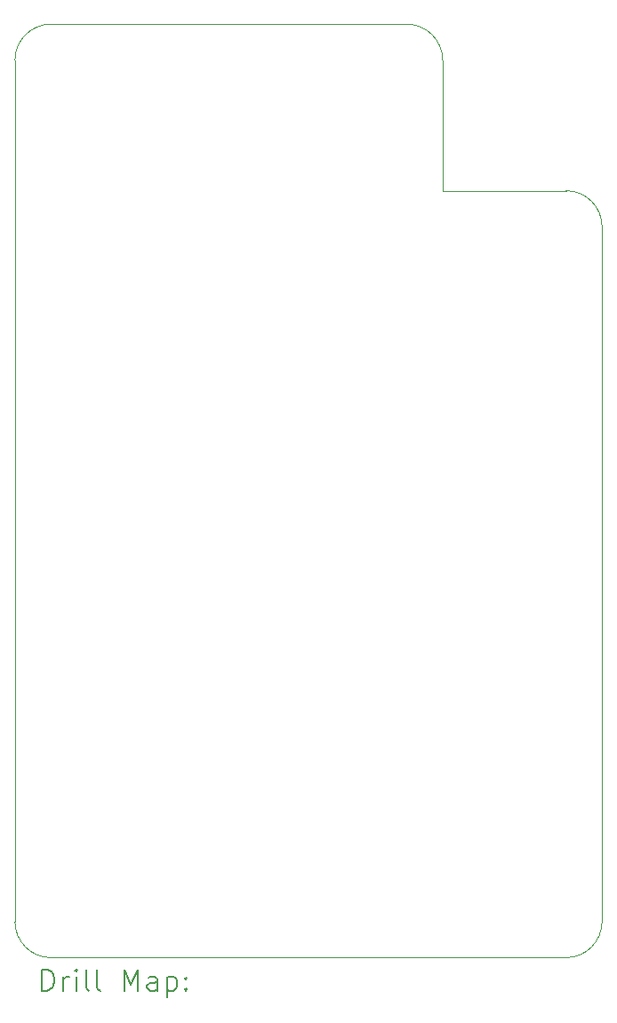
<source format=gbr>
%TF.GenerationSoftware,KiCad,Pcbnew,9.0.3*%
%TF.CreationDate,2025-10-30T22:20:44+00:00*%
%TF.ProjectId,TMSAdapterTC01,544d5341-6461-4707-9465-72544330312e,rev?*%
%TF.SameCoordinates,Original*%
%TF.FileFunction,Drillmap*%
%TF.FilePolarity,Positive*%
%FSLAX45Y45*%
G04 Gerber Fmt 4.5, Leading zero omitted, Abs format (unit mm)*
G04 Created by KiCad (PCBNEW 9.0.3) date 2025-10-30 22:20:44*
%MOMM*%
%LPD*%
G01*
G04 APERTURE LIST*
%ADD10C,0.050000*%
%ADD11C,0.200000*%
G04 APERTURE END LIST*
D10*
X6132462Y-2567000D02*
G75*
G02*
X6475460Y-2910000I-2J-343000D01*
G01*
X2745000Y-2567000D02*
X6132462Y-2567000D01*
X7650000Y-4153000D02*
G75*
G02*
X7993000Y-4496000I0J-343000D01*
G01*
X7650000Y-11459000D02*
X2745000Y-11459000D01*
X6475462Y-2910000D02*
X6475462Y-4153000D01*
X7993000Y-4496000D02*
X7993000Y-11116000D01*
X2402000Y-2910000D02*
X2402000Y-11116000D01*
X7993000Y-11116000D02*
G75*
G02*
X7650000Y-11459000I-343000J0D01*
G01*
X2402000Y-2910000D02*
G75*
G02*
X2745000Y-2567000I343000J0D01*
G01*
X6475462Y-4153000D02*
X7650000Y-4153000D01*
X2745000Y-11459000D02*
G75*
G02*
X2402000Y-11116000I0J343000D01*
G01*
D11*
X2660277Y-11772984D02*
X2660277Y-11572984D01*
X2660277Y-11572984D02*
X2707896Y-11572984D01*
X2707896Y-11572984D02*
X2736467Y-11582508D01*
X2736467Y-11582508D02*
X2755515Y-11601555D01*
X2755515Y-11601555D02*
X2765039Y-11620603D01*
X2765039Y-11620603D02*
X2774563Y-11658698D01*
X2774563Y-11658698D02*
X2774563Y-11687269D01*
X2774563Y-11687269D02*
X2765039Y-11725365D01*
X2765039Y-11725365D02*
X2755515Y-11744412D01*
X2755515Y-11744412D02*
X2736467Y-11763460D01*
X2736467Y-11763460D02*
X2707896Y-11772984D01*
X2707896Y-11772984D02*
X2660277Y-11772984D01*
X2860277Y-11772984D02*
X2860277Y-11639650D01*
X2860277Y-11677746D02*
X2869801Y-11658698D01*
X2869801Y-11658698D02*
X2879324Y-11649174D01*
X2879324Y-11649174D02*
X2898372Y-11639650D01*
X2898372Y-11639650D02*
X2917420Y-11639650D01*
X2984086Y-11772984D02*
X2984086Y-11639650D01*
X2984086Y-11572984D02*
X2974562Y-11582508D01*
X2974562Y-11582508D02*
X2984086Y-11592031D01*
X2984086Y-11592031D02*
X2993610Y-11582508D01*
X2993610Y-11582508D02*
X2984086Y-11572984D01*
X2984086Y-11572984D02*
X2984086Y-11592031D01*
X3107896Y-11772984D02*
X3088848Y-11763460D01*
X3088848Y-11763460D02*
X3079324Y-11744412D01*
X3079324Y-11744412D02*
X3079324Y-11572984D01*
X3212658Y-11772984D02*
X3193610Y-11763460D01*
X3193610Y-11763460D02*
X3184086Y-11744412D01*
X3184086Y-11744412D02*
X3184086Y-11572984D01*
X3441229Y-11772984D02*
X3441229Y-11572984D01*
X3441229Y-11572984D02*
X3507896Y-11715841D01*
X3507896Y-11715841D02*
X3574562Y-11572984D01*
X3574562Y-11572984D02*
X3574562Y-11772984D01*
X3755515Y-11772984D02*
X3755515Y-11668222D01*
X3755515Y-11668222D02*
X3745991Y-11649174D01*
X3745991Y-11649174D02*
X3726943Y-11639650D01*
X3726943Y-11639650D02*
X3688848Y-11639650D01*
X3688848Y-11639650D02*
X3669801Y-11649174D01*
X3755515Y-11763460D02*
X3736467Y-11772984D01*
X3736467Y-11772984D02*
X3688848Y-11772984D01*
X3688848Y-11772984D02*
X3669801Y-11763460D01*
X3669801Y-11763460D02*
X3660277Y-11744412D01*
X3660277Y-11744412D02*
X3660277Y-11725365D01*
X3660277Y-11725365D02*
X3669801Y-11706317D01*
X3669801Y-11706317D02*
X3688848Y-11696793D01*
X3688848Y-11696793D02*
X3736467Y-11696793D01*
X3736467Y-11696793D02*
X3755515Y-11687269D01*
X3850753Y-11639650D02*
X3850753Y-11839650D01*
X3850753Y-11649174D02*
X3869801Y-11639650D01*
X3869801Y-11639650D02*
X3907896Y-11639650D01*
X3907896Y-11639650D02*
X3926943Y-11649174D01*
X3926943Y-11649174D02*
X3936467Y-11658698D01*
X3936467Y-11658698D02*
X3945991Y-11677746D01*
X3945991Y-11677746D02*
X3945991Y-11734888D01*
X3945991Y-11734888D02*
X3936467Y-11753936D01*
X3936467Y-11753936D02*
X3926943Y-11763460D01*
X3926943Y-11763460D02*
X3907896Y-11772984D01*
X3907896Y-11772984D02*
X3869801Y-11772984D01*
X3869801Y-11772984D02*
X3850753Y-11763460D01*
X4031705Y-11753936D02*
X4041229Y-11763460D01*
X4041229Y-11763460D02*
X4031705Y-11772984D01*
X4031705Y-11772984D02*
X4022182Y-11763460D01*
X4022182Y-11763460D02*
X4031705Y-11753936D01*
X4031705Y-11753936D02*
X4031705Y-11772984D01*
X4031705Y-11649174D02*
X4041229Y-11658698D01*
X4041229Y-11658698D02*
X4031705Y-11668222D01*
X4031705Y-11668222D02*
X4022182Y-11658698D01*
X4022182Y-11658698D02*
X4031705Y-11649174D01*
X4031705Y-11649174D02*
X4031705Y-11668222D01*
M02*

</source>
